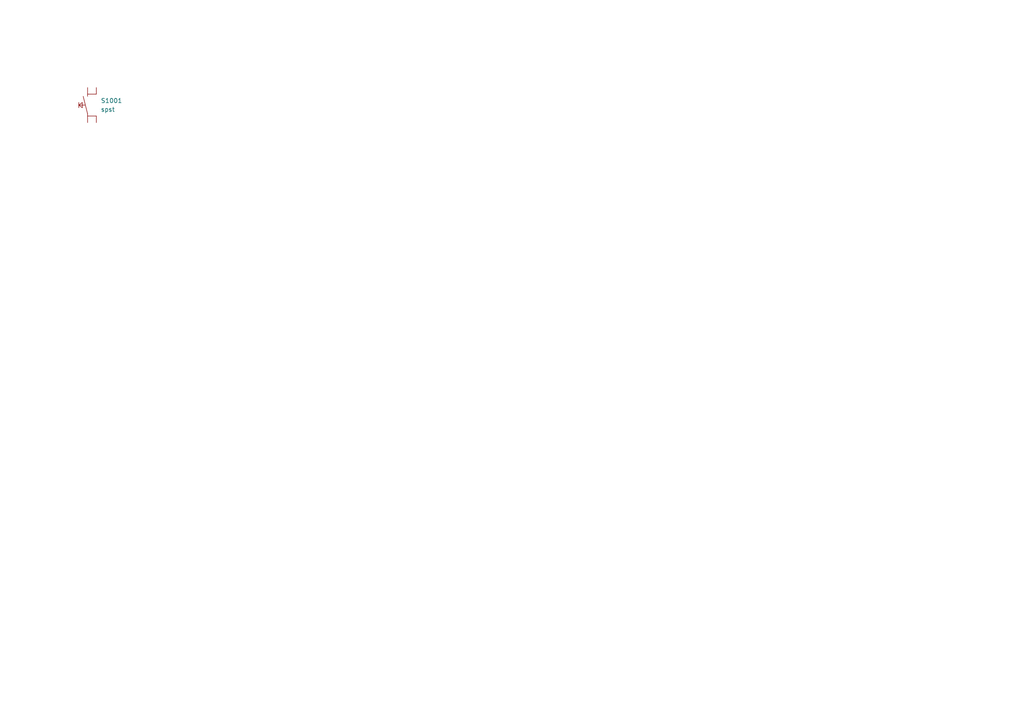
<source format=kicad_sch>
(kicad_sch
	(version 20250114)
	(generator "eeschema")
	(generator_version "9.0")
	(uuid "e63e39d7-6ac0-4ffd-8aa3-1841a4541b55")
	(paper "A4")
	(title_block
		(title "Switches")
		(date "2026-01-10")
		(rev "1")
		(comment 1 "-")
		(comment 2 "-")
	)
	(lib_symbols
		(symbol "lily_symbols:switch_spst_button_4p_4.2x3.2mm"
			(pin_numbers
				(hide yes)
			)
			(pin_names
				(offset 1.016)
				(hide yes)
			)
			(exclude_from_sim no)
			(in_bom yes)
			(on_board yes)
			(property "Reference" "S"
				(at 3.81 -3.81 0)
				(effects
					(font
						(size 1.27 1.27)
					)
					(justify left)
				)
			)
			(property "Value" "spst"
				(at 3.81 -6.35 0)
				(effects
					(font
						(size 1.27 1.27)
					)
					(justify left)
				)
			)
			(property "Footprint" "lily_footprints:switch_spst_4p_4.2x3.2mm"
				(at 2.54 -22.86 0)
				(effects
					(font
						(size 1.27 1.27)
					)
					(hide yes)
				)
			)
			(property "Datasheet" "https://lilytronics.github.io/lily_kicad_lib/datasheets/alps/SKRP_series.pdf"
				(at 2.54 -35.56 0)
				(effects
					(font
						(size 1.27 1.27)
					)
					(hide yes)
				)
			)
			(property "Description" ""
				(at 0 0 0)
				(effects
					(font
						(size 1.27 1.27)
					)
					(hide yes)
				)
			)
			(property "Revision" "1"
				(at 2.54 -17.78 0)
				(effects
					(font
						(size 1.27 1.27)
					)
					(hide yes)
				)
			)
			(property "Status" "Active"
				(at 2.54 -20.32 0)
				(effects
					(font
						(size 1.27 1.27)
					)
					(hide yes)
				)
			)
			(property "Manufacturer" "APLSALPINE"
				(at 2.54 -25.4 0)
				(effects
					(font
						(size 1.27 1.27)
					)
					(hide yes)
				)
			)
			(property "Manufacturer_ID" "SKRPABE010"
				(at 2.54 -27.94 0)
				(effects
					(font
						(size 1.27 1.27)
					)
					(hide yes)
				)
			)
			(property "Lily_ID" "NO_ID"
				(at 2.54 -30.48 0)
				(effects
					(font
						(size 1.27 1.27)
					)
					(hide yes)
				)
			)
			(property "JLCPCB_ID" "C115360"
				(at 2.54 -33.02 0)
				(effects
					(font
						(size 1.27 1.27)
					)
					(hide yes)
				)
			)
			(symbol "switch_spst_button_4p_4.2x3.2mm_0_1"
				(polyline
					(pts
						(xy -2.54 -5.08) (xy -2.54 -5.842)
					)
					(stroke
						(width 0)
						(type default)
					)
					(fill
						(type none)
					)
				)
				(polyline
					(pts
						(xy -2.54 -5.08) (xy -1.524 -5.842)
					)
					(stroke
						(width 0)
						(type default)
					)
					(fill
						(type none)
					)
				)
				(polyline
					(pts
						(xy -2.54 -5.08) (xy -1.524 -4.318) (xy -1.524 -5.842)
					)
					(stroke
						(width 0)
						(type default)
					)
					(fill
						(type none)
					)
				)
				(polyline
					(pts
						(xy -0.762 -5.08) (xy -2.54 -5.08) (xy -2.54 -4.318)
					)
					(stroke
						(width 0)
						(type default)
					)
					(fill
						(type none)
					)
				)
				(polyline
					(pts
						(xy 0 -7.62) (xy -1.27 -2.54)
					)
					(stroke
						(width 0)
						(type default)
					)
					(fill
						(type none)
					)
				)
				(polyline
					(pts
						(xy 2.54 -1.905) (xy 0 -1.905)
					)
					(stroke
						(width 0)
						(type default)
					)
					(fill
						(type none)
					)
				)
				(polyline
					(pts
						(xy 2.54 -8.255) (xy 0 -8.255)
					)
					(stroke
						(width 0)
						(type default)
					)
					(fill
						(type none)
					)
				)
			)
			(symbol "switch_spst_button_4p_4.2x3.2mm_1_1"
				(pin passive line
					(at 0 0 270)
					(length 2.54)
					(name "~"
						(effects
							(font
								(size 1.27 1.27)
							)
						)
					)
					(number "1"
						(effects
							(font
								(size 1.27 1.27)
							)
						)
					)
				)
				(pin passive line
					(at 0 -10.16 90)
					(length 2.54)
					(name "~"
						(effects
							(font
								(size 1.27 1.27)
							)
						)
					)
					(number "3"
						(effects
							(font
								(size 1.27 1.27)
							)
						)
					)
				)
				(pin passive line
					(at 2.54 0 270)
					(length 1.905)
					(name "~"
						(effects
							(font
								(size 1.27 1.27)
							)
						)
					)
					(number "2"
						(effects
							(font
								(size 1.27 1.27)
							)
						)
					)
				)
				(pin passive line
					(at 2.54 -10.16 90)
					(length 1.905)
					(name "~"
						(effects
							(font
								(size 1.27 1.27)
							)
						)
					)
					(number "4"
						(effects
							(font
								(size 1.27 1.27)
							)
						)
					)
				)
			)
			(embedded_fonts no)
		)
	)
	(symbol
		(lib_id "lily_symbols:switch_spst_button_4p_4.2x3.2mm")
		(at 25.4 25.4 0)
		(unit 1)
		(exclude_from_sim no)
		(in_bom yes)
		(on_board yes)
		(dnp no)
		(uuid "e4a4c3a7-ca50-4246-9be3-d28f38c23067")
		(property "Reference" "S1001"
			(at 29.21 29.21 0)
			(effects
				(font
					(size 1.27 1.27)
				)
				(justify left)
			)
		)
		(property "Value" "spst"
			(at 29.21 31.75 0)
			(effects
				(font
					(size 1.27 1.27)
				)
				(justify left)
			)
		)
		(property "Footprint" "lily_footprints:switch_spst_4p_4.2x3.2mm"
			(at 27.94 48.26 0)
			(effects
				(font
					(size 1.27 1.27)
				)
				(hide yes)
			)
		)
		(property "Datasheet" "https://lilytronics.github.io/lily_kicad_lib/datasheets/alps/SKRP_series.pdf"
			(at 27.94 60.96 0)
			(effects
				(font
					(size 1.27 1.27)
				)
				(hide yes)
			)
		)
		(property "Description" ""
			(at 25.4 25.4 0)
			(effects
				(font
					(size 1.27 1.27)
				)
				(hide yes)
			)
		)
		(property "Revision" "1"
			(at 27.94 43.18 0)
			(effects
				(font
					(size 1.27 1.27)
				)
				(hide yes)
			)
		)
		(property "Status" "Active"
			(at 27.94 45.72 0)
			(effects
				(font
					(size 1.27 1.27)
				)
				(hide yes)
			)
		)
		(property "Manufacturer" "APLSALPINE"
			(at 27.94 50.8 0)
			(effects
				(font
					(size 1.27 1.27)
				)
				(hide yes)
			)
		)
		(property "Manufacturer_ID" "SKRPABE010"
			(at 27.94 53.34 0)
			(effects
				(font
					(size 1.27 1.27)
				)
				(hide yes)
			)
		)
		(property "Lily_ID" "NO_ID"
			(at 27.94 55.88 0)
			(effects
				(font
					(size 1.27 1.27)
				)
				(hide yes)
			)
		)
		(property "JLCPCB_ID" "C115360"
			(at 27.94 58.42 0)
			(effects
				(font
					(size 1.27 1.27)
				)
				(hide yes)
			)
		)
		(pin "3"
			(uuid "2bc892cf-21bb-4746-a0fb-1279e82facb8")
		)
		(pin "2"
			(uuid "d1dcd796-4714-4167-8fe0-60f8db47d573")
		)
		(pin "1"
			(uuid "9286f1dc-b317-44ab-881d-62a72161457f")
		)
		(pin "4"
			(uuid "60710be0-0922-4daa-849e-c8ac3b885119")
		)
		(instances
			(project ""
				(path "/e63e39d7-6ac0-4ffd-8aa3-1841a4541b55"
					(reference "S1001")
					(unit 1)
				)
			)
		)
	)
	(sheet_instances
		(path "/"
			(page "1")
		)
	)
	(embedded_fonts no)
)

</source>
